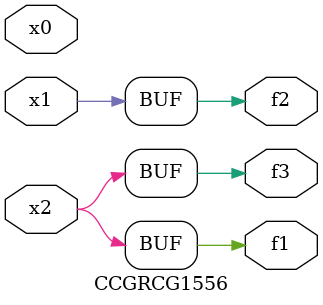
<source format=v>
module CCGRCG1556(
	input x0, x1, x2,
	output f1, f2, f3
);
	assign f1 = x2;
	assign f2 = x1;
	assign f3 = x2;
endmodule

</source>
